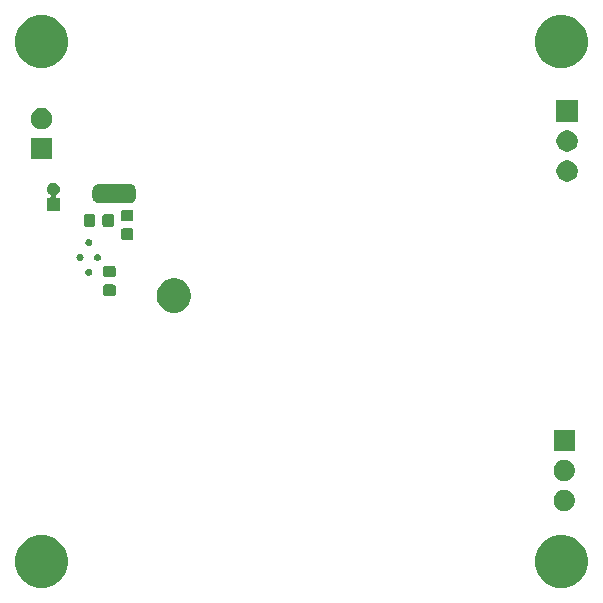
<source format=gbr>
G04 #@! TF.GenerationSoftware,KiCad,Pcbnew,5.1.5+dfsg1-2build2*
G04 #@! TF.CreationDate,2021-07-02T23:51:08+02:00*
G04 #@! TF.ProjectId,flyback_DCM,666c7962-6163-46b5-9f44-434d2e6b6963,rev?*
G04 #@! TF.SameCoordinates,Original*
G04 #@! TF.FileFunction,Soldermask,Bot*
G04 #@! TF.FilePolarity,Negative*
%FSLAX46Y46*%
G04 Gerber Fmt 4.6, Leading zero omitted, Abs format (unit mm)*
G04 Created by KiCad (PCBNEW 5.1.5+dfsg1-2build2) date 2021-07-02 23:51:08*
%MOMM*%
%LPD*%
G04 APERTURE LIST*
%ADD10C,0.100000*%
G04 APERTURE END LIST*
D10*
G36*
X167275880Y-124759776D02*
G01*
X167656593Y-124835504D01*
X168066249Y-125005189D01*
X168434929Y-125251534D01*
X168748466Y-125565071D01*
X168994811Y-125933751D01*
X169164496Y-126343407D01*
X169251000Y-126778296D01*
X169251000Y-127221704D01*
X169164496Y-127656593D01*
X168994811Y-128066249D01*
X168748466Y-128434929D01*
X168434929Y-128748466D01*
X168066249Y-128994811D01*
X167656593Y-129164496D01*
X167275880Y-129240224D01*
X167221705Y-129251000D01*
X166778295Y-129251000D01*
X166724120Y-129240224D01*
X166343407Y-129164496D01*
X165933751Y-128994811D01*
X165565071Y-128748466D01*
X165251534Y-128434929D01*
X165005189Y-128066249D01*
X164835504Y-127656593D01*
X164749000Y-127221704D01*
X164749000Y-126778296D01*
X164835504Y-126343407D01*
X165005189Y-125933751D01*
X165251534Y-125565071D01*
X165565071Y-125251534D01*
X165933751Y-125005189D01*
X166343407Y-124835504D01*
X166724120Y-124759776D01*
X166778295Y-124749000D01*
X167221705Y-124749000D01*
X167275880Y-124759776D01*
G37*
G36*
X123275880Y-124759776D02*
G01*
X123656593Y-124835504D01*
X124066249Y-125005189D01*
X124434929Y-125251534D01*
X124748466Y-125565071D01*
X124994811Y-125933751D01*
X125164496Y-126343407D01*
X125251000Y-126778296D01*
X125251000Y-127221704D01*
X125164496Y-127656593D01*
X124994811Y-128066249D01*
X124748466Y-128434929D01*
X124434929Y-128748466D01*
X124066249Y-128994811D01*
X123656593Y-129164496D01*
X123275880Y-129240224D01*
X123221705Y-129251000D01*
X122778295Y-129251000D01*
X122724120Y-129240224D01*
X122343407Y-129164496D01*
X121933751Y-128994811D01*
X121565071Y-128748466D01*
X121251534Y-128434929D01*
X121005189Y-128066249D01*
X120835504Y-127656593D01*
X120749000Y-127221704D01*
X120749000Y-126778296D01*
X120835504Y-126343407D01*
X121005189Y-125933751D01*
X121251534Y-125565071D01*
X121565071Y-125251534D01*
X121933751Y-125005189D01*
X122343407Y-124835504D01*
X122724120Y-124759776D01*
X122778295Y-124749000D01*
X123221705Y-124749000D01*
X123275880Y-124759776D01*
G37*
G36*
X167363512Y-120943927D02*
G01*
X167512812Y-120973624D01*
X167676784Y-121041544D01*
X167824354Y-121140147D01*
X167949853Y-121265646D01*
X168048456Y-121413216D01*
X168116376Y-121577188D01*
X168151000Y-121751259D01*
X168151000Y-121928741D01*
X168116376Y-122102812D01*
X168048456Y-122266784D01*
X167949853Y-122414354D01*
X167824354Y-122539853D01*
X167676784Y-122638456D01*
X167512812Y-122706376D01*
X167363512Y-122736073D01*
X167338742Y-122741000D01*
X167161258Y-122741000D01*
X167136488Y-122736073D01*
X166987188Y-122706376D01*
X166823216Y-122638456D01*
X166675646Y-122539853D01*
X166550147Y-122414354D01*
X166451544Y-122266784D01*
X166383624Y-122102812D01*
X166349000Y-121928741D01*
X166349000Y-121751259D01*
X166383624Y-121577188D01*
X166451544Y-121413216D01*
X166550147Y-121265646D01*
X166675646Y-121140147D01*
X166823216Y-121041544D01*
X166987188Y-120973624D01*
X167136488Y-120943927D01*
X167161258Y-120939000D01*
X167338742Y-120939000D01*
X167363512Y-120943927D01*
G37*
G36*
X167363512Y-118403927D02*
G01*
X167512812Y-118433624D01*
X167676784Y-118501544D01*
X167824354Y-118600147D01*
X167949853Y-118725646D01*
X168048456Y-118873216D01*
X168116376Y-119037188D01*
X168151000Y-119211259D01*
X168151000Y-119388741D01*
X168116376Y-119562812D01*
X168048456Y-119726784D01*
X167949853Y-119874354D01*
X167824354Y-119999853D01*
X167676784Y-120098456D01*
X167512812Y-120166376D01*
X167363512Y-120196073D01*
X167338742Y-120201000D01*
X167161258Y-120201000D01*
X167136488Y-120196073D01*
X166987188Y-120166376D01*
X166823216Y-120098456D01*
X166675646Y-119999853D01*
X166550147Y-119874354D01*
X166451544Y-119726784D01*
X166383624Y-119562812D01*
X166349000Y-119388741D01*
X166349000Y-119211259D01*
X166383624Y-119037188D01*
X166451544Y-118873216D01*
X166550147Y-118725646D01*
X166675646Y-118600147D01*
X166823216Y-118501544D01*
X166987188Y-118433624D01*
X167136488Y-118403927D01*
X167161258Y-118399000D01*
X167338742Y-118399000D01*
X167363512Y-118403927D01*
G37*
G36*
X168151000Y-117661000D02*
G01*
X166349000Y-117661000D01*
X166349000Y-115859000D01*
X168151000Y-115859000D01*
X168151000Y-117661000D01*
G37*
G36*
X134631241Y-103088760D02*
G01*
X134895305Y-103198139D01*
X135132958Y-103356934D01*
X135335066Y-103559042D01*
X135493861Y-103796695D01*
X135603240Y-104060759D01*
X135659000Y-104341088D01*
X135659000Y-104626912D01*
X135603240Y-104907241D01*
X135493861Y-105171305D01*
X135335066Y-105408958D01*
X135132958Y-105611066D01*
X134895305Y-105769861D01*
X134631241Y-105879240D01*
X134350912Y-105935000D01*
X134065088Y-105935000D01*
X133784759Y-105879240D01*
X133520695Y-105769861D01*
X133283042Y-105611066D01*
X133080934Y-105408958D01*
X132922139Y-105171305D01*
X132812760Y-104907241D01*
X132757000Y-104626912D01*
X132757000Y-104341088D01*
X132812760Y-104060759D01*
X132922139Y-103796695D01*
X133080934Y-103559042D01*
X133283042Y-103356934D01*
X133520695Y-103198139D01*
X133784759Y-103088760D01*
X134065088Y-103033000D01*
X134350912Y-103033000D01*
X134631241Y-103088760D01*
G37*
G36*
X129129591Y-103553085D02*
G01*
X129163569Y-103563393D01*
X129194890Y-103580134D01*
X129222339Y-103602661D01*
X129244866Y-103630110D01*
X129261607Y-103661431D01*
X129271915Y-103695409D01*
X129276000Y-103736890D01*
X129276000Y-104338110D01*
X129271915Y-104379591D01*
X129261607Y-104413569D01*
X129244866Y-104444890D01*
X129222339Y-104472339D01*
X129194890Y-104494866D01*
X129163569Y-104511607D01*
X129129591Y-104521915D01*
X129088110Y-104526000D01*
X128411890Y-104526000D01*
X128370409Y-104521915D01*
X128336431Y-104511607D01*
X128305110Y-104494866D01*
X128277661Y-104472339D01*
X128255134Y-104444890D01*
X128238393Y-104413569D01*
X128228085Y-104379591D01*
X128224000Y-104338110D01*
X128224000Y-103736890D01*
X128228085Y-103695409D01*
X128238393Y-103661431D01*
X128255134Y-103630110D01*
X128277661Y-103602661D01*
X128305110Y-103580134D01*
X128336431Y-103563393D01*
X128370409Y-103553085D01*
X128411890Y-103549000D01*
X129088110Y-103549000D01*
X129129591Y-103553085D01*
G37*
G36*
X129129591Y-101978085D02*
G01*
X129163569Y-101988393D01*
X129194890Y-102005134D01*
X129222339Y-102027661D01*
X129244866Y-102055110D01*
X129261607Y-102086431D01*
X129271915Y-102120409D01*
X129276000Y-102161890D01*
X129276000Y-102763110D01*
X129271915Y-102804591D01*
X129261607Y-102838569D01*
X129244866Y-102869890D01*
X129222339Y-102897339D01*
X129194890Y-102919866D01*
X129163569Y-102936607D01*
X129129591Y-102946915D01*
X129088110Y-102951000D01*
X128411890Y-102951000D01*
X128370409Y-102946915D01*
X128336431Y-102936607D01*
X128305110Y-102919866D01*
X128277661Y-102897339D01*
X128255134Y-102869890D01*
X128238393Y-102838569D01*
X128228085Y-102804591D01*
X128224000Y-102763110D01*
X128224000Y-102161890D01*
X128228085Y-102120409D01*
X128238393Y-102086431D01*
X128255134Y-102055110D01*
X128277661Y-102027661D01*
X128305110Y-102005134D01*
X128336431Y-101988393D01*
X128370409Y-101978085D01*
X128411890Y-101974000D01*
X129088110Y-101974000D01*
X129129591Y-101978085D01*
G37*
G36*
X127087797Y-102210568D02*
G01*
X127142575Y-102233258D01*
X127191875Y-102266199D01*
X127233801Y-102308125D01*
X127266742Y-102357425D01*
X127289432Y-102412203D01*
X127300999Y-102470353D01*
X127300999Y-102529647D01*
X127289432Y-102587797D01*
X127266742Y-102642575D01*
X127233801Y-102691875D01*
X127191875Y-102733801D01*
X127142575Y-102766742D01*
X127087797Y-102789432D01*
X127029647Y-102800999D01*
X126970353Y-102800999D01*
X126912203Y-102789432D01*
X126857425Y-102766742D01*
X126808125Y-102733801D01*
X126766199Y-102691875D01*
X126733258Y-102642575D01*
X126710568Y-102587797D01*
X126699001Y-102529647D01*
X126699001Y-102470353D01*
X126710568Y-102412203D01*
X126733258Y-102357425D01*
X126766199Y-102308125D01*
X126808125Y-102266199D01*
X126857425Y-102233258D01*
X126912203Y-102210568D01*
X126970353Y-102199001D01*
X127029647Y-102199001D01*
X127087797Y-102210568D01*
G37*
G36*
X126347796Y-100960568D02*
G01*
X126402574Y-100983258D01*
X126451874Y-101016199D01*
X126493800Y-101058125D01*
X126526741Y-101107425D01*
X126549431Y-101162203D01*
X126560998Y-101220353D01*
X126560998Y-101279647D01*
X126549431Y-101337797D01*
X126526741Y-101392575D01*
X126493800Y-101441875D01*
X126451874Y-101483801D01*
X126402574Y-101516742D01*
X126347796Y-101539432D01*
X126289646Y-101550999D01*
X126230352Y-101550999D01*
X126172202Y-101539432D01*
X126117424Y-101516742D01*
X126068124Y-101483801D01*
X126026198Y-101441875D01*
X125993257Y-101392575D01*
X125970567Y-101337797D01*
X125959000Y-101279647D01*
X125959000Y-101220353D01*
X125970567Y-101162203D01*
X125993257Y-101107425D01*
X126026198Y-101058125D01*
X126068124Y-101016199D01*
X126117424Y-100983258D01*
X126172202Y-100960568D01*
X126230352Y-100949001D01*
X126289646Y-100949001D01*
X126347796Y-100960568D01*
G37*
G36*
X127827798Y-100960568D02*
G01*
X127882576Y-100983258D01*
X127931876Y-101016199D01*
X127973802Y-101058125D01*
X128006743Y-101107425D01*
X128029433Y-101162203D01*
X128041000Y-101220353D01*
X128041000Y-101279647D01*
X128029433Y-101337797D01*
X128006743Y-101392575D01*
X127973802Y-101441875D01*
X127931876Y-101483801D01*
X127882576Y-101516742D01*
X127827798Y-101539432D01*
X127769648Y-101550999D01*
X127710354Y-101550999D01*
X127652204Y-101539432D01*
X127597426Y-101516742D01*
X127548126Y-101483801D01*
X127506200Y-101441875D01*
X127473259Y-101392575D01*
X127450569Y-101337797D01*
X127439002Y-101279647D01*
X127439002Y-101220353D01*
X127450569Y-101162203D01*
X127473259Y-101107425D01*
X127506200Y-101058125D01*
X127548126Y-101016199D01*
X127597426Y-100983258D01*
X127652204Y-100960568D01*
X127710354Y-100949001D01*
X127769648Y-100949001D01*
X127827798Y-100960568D01*
G37*
G36*
X127087797Y-99710568D02*
G01*
X127142575Y-99733258D01*
X127191875Y-99766199D01*
X127233801Y-99808125D01*
X127266742Y-99857425D01*
X127289432Y-99912203D01*
X127300999Y-99970353D01*
X127300999Y-100029647D01*
X127289432Y-100087797D01*
X127266742Y-100142575D01*
X127233801Y-100191875D01*
X127191875Y-100233801D01*
X127142575Y-100266742D01*
X127087797Y-100289432D01*
X127029647Y-100300999D01*
X126970353Y-100300999D01*
X126912203Y-100289432D01*
X126857425Y-100266742D01*
X126808125Y-100233801D01*
X126766199Y-100191875D01*
X126733258Y-100142575D01*
X126710568Y-100087797D01*
X126699001Y-100029647D01*
X126699001Y-99970353D01*
X126710568Y-99912203D01*
X126733258Y-99857425D01*
X126766199Y-99808125D01*
X126808125Y-99766199D01*
X126857425Y-99733258D01*
X126912203Y-99710568D01*
X126970353Y-99699001D01*
X127029647Y-99699001D01*
X127087797Y-99710568D01*
G37*
G36*
X130629591Y-98803085D02*
G01*
X130663569Y-98813393D01*
X130694890Y-98830134D01*
X130722339Y-98852661D01*
X130744866Y-98880110D01*
X130761607Y-98911431D01*
X130771915Y-98945409D01*
X130776000Y-98986890D01*
X130776000Y-99588110D01*
X130771915Y-99629591D01*
X130761607Y-99663569D01*
X130744866Y-99694890D01*
X130722339Y-99722339D01*
X130694890Y-99744866D01*
X130663569Y-99761607D01*
X130629591Y-99771915D01*
X130588110Y-99776000D01*
X129911890Y-99776000D01*
X129870409Y-99771915D01*
X129836431Y-99761607D01*
X129805110Y-99744866D01*
X129777661Y-99722339D01*
X129755134Y-99694890D01*
X129738393Y-99663569D01*
X129728085Y-99629591D01*
X129724000Y-99588110D01*
X129724000Y-98986890D01*
X129728085Y-98945409D01*
X129738393Y-98911431D01*
X129755134Y-98880110D01*
X129777661Y-98852661D01*
X129805110Y-98830134D01*
X129836431Y-98813393D01*
X129870409Y-98803085D01*
X129911890Y-98799000D01*
X130588110Y-98799000D01*
X130629591Y-98803085D01*
G37*
G36*
X128987591Y-97612085D02*
G01*
X129021569Y-97622393D01*
X129052890Y-97639134D01*
X129080339Y-97661661D01*
X129102866Y-97689110D01*
X129119607Y-97720431D01*
X129129915Y-97754409D01*
X129134000Y-97795890D01*
X129134000Y-98472110D01*
X129129915Y-98513591D01*
X129119607Y-98547569D01*
X129102866Y-98578890D01*
X129080339Y-98606339D01*
X129052890Y-98628866D01*
X129021569Y-98645607D01*
X128987591Y-98655915D01*
X128946110Y-98660000D01*
X128344890Y-98660000D01*
X128303409Y-98655915D01*
X128269431Y-98645607D01*
X128238110Y-98628866D01*
X128210661Y-98606339D01*
X128188134Y-98578890D01*
X128171393Y-98547569D01*
X128161085Y-98513591D01*
X128157000Y-98472110D01*
X128157000Y-97795890D01*
X128161085Y-97754409D01*
X128171393Y-97720431D01*
X128188134Y-97689110D01*
X128210661Y-97661661D01*
X128238110Y-97639134D01*
X128269431Y-97622393D01*
X128303409Y-97612085D01*
X128344890Y-97608000D01*
X128946110Y-97608000D01*
X128987591Y-97612085D01*
G37*
G36*
X127412591Y-97612085D02*
G01*
X127446569Y-97622393D01*
X127477890Y-97639134D01*
X127505339Y-97661661D01*
X127527866Y-97689110D01*
X127544607Y-97720431D01*
X127554915Y-97754409D01*
X127559000Y-97795890D01*
X127559000Y-98472110D01*
X127554915Y-98513591D01*
X127544607Y-98547569D01*
X127527866Y-98578890D01*
X127505339Y-98606339D01*
X127477890Y-98628866D01*
X127446569Y-98645607D01*
X127412591Y-98655915D01*
X127371110Y-98660000D01*
X126769890Y-98660000D01*
X126728409Y-98655915D01*
X126694431Y-98645607D01*
X126663110Y-98628866D01*
X126635661Y-98606339D01*
X126613134Y-98578890D01*
X126596393Y-98547569D01*
X126586085Y-98513591D01*
X126582000Y-98472110D01*
X126582000Y-97795890D01*
X126586085Y-97754409D01*
X126596393Y-97720431D01*
X126613134Y-97689110D01*
X126635661Y-97661661D01*
X126663110Y-97639134D01*
X126694431Y-97622393D01*
X126728409Y-97612085D01*
X126769890Y-97608000D01*
X127371110Y-97608000D01*
X127412591Y-97612085D01*
G37*
G36*
X130629591Y-97228085D02*
G01*
X130663569Y-97238393D01*
X130694890Y-97255134D01*
X130722339Y-97277661D01*
X130744866Y-97305110D01*
X130761607Y-97336431D01*
X130771915Y-97370409D01*
X130776000Y-97411890D01*
X130776000Y-98013110D01*
X130771915Y-98054591D01*
X130761607Y-98088569D01*
X130744866Y-98119890D01*
X130722339Y-98147339D01*
X130694890Y-98169866D01*
X130663569Y-98186607D01*
X130629591Y-98196915D01*
X130588110Y-98201000D01*
X129911890Y-98201000D01*
X129870409Y-98196915D01*
X129836431Y-98186607D01*
X129805110Y-98169866D01*
X129777661Y-98147339D01*
X129755134Y-98119890D01*
X129738393Y-98088569D01*
X129728085Y-98054591D01*
X129724000Y-98013110D01*
X129724000Y-97411890D01*
X129728085Y-97370409D01*
X129738393Y-97336431D01*
X129755134Y-97305110D01*
X129777661Y-97277661D01*
X129805110Y-97255134D01*
X129836431Y-97238393D01*
X129870409Y-97228085D01*
X129911890Y-97224000D01*
X130588110Y-97224000D01*
X130629591Y-97228085D01*
G37*
G36*
X124160721Y-94950174D02*
G01*
X124260995Y-94991709D01*
X124260996Y-94991710D01*
X124351242Y-95052010D01*
X124427990Y-95128758D01*
X124427991Y-95128760D01*
X124488291Y-95219005D01*
X124529826Y-95319279D01*
X124551000Y-95425730D01*
X124551000Y-95534270D01*
X124529826Y-95640721D01*
X124488291Y-95740995D01*
X124488290Y-95740996D01*
X124427990Y-95831242D01*
X124351242Y-95907990D01*
X124319816Y-95928988D01*
X124258336Y-95970068D01*
X124239394Y-95985614D01*
X124223849Y-96004556D01*
X124212298Y-96026167D01*
X124205185Y-96049615D01*
X124202783Y-96074002D01*
X124205185Y-96098388D01*
X124212298Y-96121837D01*
X124223849Y-96143447D01*
X124239395Y-96162389D01*
X124258337Y-96177934D01*
X124279948Y-96189485D01*
X124303396Y-96196598D01*
X124327782Y-96199000D01*
X124551000Y-96199000D01*
X124551000Y-97301000D01*
X123449000Y-97301000D01*
X123449000Y-96199000D01*
X123672218Y-96199000D01*
X123696604Y-96196598D01*
X123720053Y-96189485D01*
X123741664Y-96177934D01*
X123760606Y-96162389D01*
X123776151Y-96143447D01*
X123787702Y-96121836D01*
X123794815Y-96098387D01*
X123797217Y-96074001D01*
X123794815Y-96049615D01*
X123787702Y-96026166D01*
X123776151Y-96004555D01*
X123760606Y-95985613D01*
X123741664Y-95970068D01*
X123680184Y-95928988D01*
X123648758Y-95907990D01*
X123572010Y-95831242D01*
X123511710Y-95740996D01*
X123511709Y-95740995D01*
X123470174Y-95640721D01*
X123449000Y-95534270D01*
X123449000Y-95425730D01*
X123470174Y-95319279D01*
X123511709Y-95219005D01*
X123572009Y-95128760D01*
X123572010Y-95128758D01*
X123648758Y-95052010D01*
X123739004Y-94991710D01*
X123739005Y-94991709D01*
X123839279Y-94950174D01*
X123945730Y-94929000D01*
X124054270Y-94929000D01*
X124160721Y-94950174D01*
G37*
G36*
X128417999Y-95047737D02*
G01*
X128432528Y-95052145D01*
X128445711Y-95057606D01*
X128469745Y-95062388D01*
X128494249Y-95062389D01*
X128518282Y-95057609D01*
X128540921Y-95048232D01*
X128542765Y-95047000D01*
X129774050Y-95047000D01*
X129786164Y-95053475D01*
X129809613Y-95060588D01*
X129833999Y-95062990D01*
X129858385Y-95060588D01*
X129881834Y-95053475D01*
X129886746Y-95051152D01*
X129898001Y-95047737D01*
X129914140Y-95046148D01*
X130451861Y-95046148D01*
X130470199Y-95047954D01*
X130482450Y-95048556D01*
X130500869Y-95048556D01*
X130523149Y-95050750D01*
X130607233Y-95067476D01*
X130628660Y-95073976D01*
X130707858Y-95106780D01*
X130713303Y-95109691D01*
X130713309Y-95109693D01*
X130722169Y-95114429D01*
X130722173Y-95114432D01*
X130727614Y-95117340D01*
X130798899Y-95164971D01*
X130816204Y-95179172D01*
X130876828Y-95239796D01*
X130891029Y-95257101D01*
X130938660Y-95328386D01*
X130941568Y-95333827D01*
X130941571Y-95333831D01*
X130946307Y-95342691D01*
X130946309Y-95342697D01*
X130949220Y-95348142D01*
X130982024Y-95427340D01*
X130988524Y-95448767D01*
X131005250Y-95532851D01*
X131007444Y-95555131D01*
X131007444Y-95573550D01*
X131008046Y-95585801D01*
X131009852Y-95604139D01*
X131009852Y-96091862D01*
X131008046Y-96110199D01*
X131007444Y-96122450D01*
X131007444Y-96140869D01*
X131005250Y-96163149D01*
X130988524Y-96247233D01*
X130982024Y-96268660D01*
X130949220Y-96347858D01*
X130946309Y-96353303D01*
X130946307Y-96353309D01*
X130941571Y-96362169D01*
X130941568Y-96362173D01*
X130938660Y-96367614D01*
X130891029Y-96438899D01*
X130876828Y-96456204D01*
X130816204Y-96516828D01*
X130798899Y-96531029D01*
X130727614Y-96578660D01*
X130722173Y-96581568D01*
X130722169Y-96581571D01*
X130713309Y-96586307D01*
X130713303Y-96586309D01*
X130707858Y-96589220D01*
X130628660Y-96622024D01*
X130607233Y-96628524D01*
X130523149Y-96645250D01*
X130500869Y-96647444D01*
X130482450Y-96647444D01*
X130470199Y-96648046D01*
X130451862Y-96649852D01*
X129914140Y-96649852D01*
X129898001Y-96648263D01*
X129883472Y-96643855D01*
X129870289Y-96638394D01*
X129846255Y-96633612D01*
X129821751Y-96633611D01*
X129797718Y-96638391D01*
X129775079Y-96647768D01*
X129773235Y-96649000D01*
X128541950Y-96649000D01*
X128529836Y-96642525D01*
X128506387Y-96635412D01*
X128482001Y-96633010D01*
X128457615Y-96635412D01*
X128434166Y-96642525D01*
X128429254Y-96644848D01*
X128417999Y-96648263D01*
X128401860Y-96649852D01*
X127864138Y-96649852D01*
X127845801Y-96648046D01*
X127833550Y-96647444D01*
X127815131Y-96647444D01*
X127792851Y-96645250D01*
X127708767Y-96628524D01*
X127687340Y-96622024D01*
X127608142Y-96589220D01*
X127602697Y-96586309D01*
X127602691Y-96586307D01*
X127593831Y-96581571D01*
X127593827Y-96581568D01*
X127588386Y-96578660D01*
X127517101Y-96531029D01*
X127499796Y-96516828D01*
X127439172Y-96456204D01*
X127424971Y-96438899D01*
X127377340Y-96367614D01*
X127374432Y-96362173D01*
X127374429Y-96362169D01*
X127369693Y-96353309D01*
X127369691Y-96353303D01*
X127366780Y-96347858D01*
X127333976Y-96268660D01*
X127327476Y-96247233D01*
X127310750Y-96163149D01*
X127308556Y-96140869D01*
X127308556Y-96122450D01*
X127307954Y-96110199D01*
X127306148Y-96091862D01*
X127306148Y-95604139D01*
X127307954Y-95585801D01*
X127308556Y-95573550D01*
X127308556Y-95555131D01*
X127310750Y-95532851D01*
X127327476Y-95448767D01*
X127333976Y-95427340D01*
X127366780Y-95348142D01*
X127369691Y-95342697D01*
X127369693Y-95342691D01*
X127374429Y-95333831D01*
X127374432Y-95333827D01*
X127377340Y-95328386D01*
X127424971Y-95257101D01*
X127439172Y-95239796D01*
X127499796Y-95179172D01*
X127517101Y-95164971D01*
X127588386Y-95117340D01*
X127593827Y-95114432D01*
X127593831Y-95114429D01*
X127602691Y-95109693D01*
X127602697Y-95109691D01*
X127608142Y-95106780D01*
X127687340Y-95073976D01*
X127708767Y-95067476D01*
X127792851Y-95050750D01*
X127815131Y-95048556D01*
X127833550Y-95048556D01*
X127845801Y-95047954D01*
X127864139Y-95046148D01*
X128401860Y-95046148D01*
X128417999Y-95047737D01*
G37*
G36*
X167613512Y-93043927D02*
G01*
X167762812Y-93073624D01*
X167926784Y-93141544D01*
X168074354Y-93240147D01*
X168199853Y-93365646D01*
X168298456Y-93513216D01*
X168366376Y-93677188D01*
X168401000Y-93851259D01*
X168401000Y-94028741D01*
X168366376Y-94202812D01*
X168298456Y-94366784D01*
X168199853Y-94514354D01*
X168074354Y-94639853D01*
X167926784Y-94738456D01*
X167762812Y-94806376D01*
X167613512Y-94836073D01*
X167588742Y-94841000D01*
X167411258Y-94841000D01*
X167386488Y-94836073D01*
X167237188Y-94806376D01*
X167073216Y-94738456D01*
X166925646Y-94639853D01*
X166800147Y-94514354D01*
X166701544Y-94366784D01*
X166633624Y-94202812D01*
X166599000Y-94028741D01*
X166599000Y-93851259D01*
X166633624Y-93677188D01*
X166701544Y-93513216D01*
X166800147Y-93365646D01*
X166925646Y-93240147D01*
X167073216Y-93141544D01*
X167237188Y-93073624D01*
X167386488Y-93043927D01*
X167411258Y-93039000D01*
X167588742Y-93039000D01*
X167613512Y-93043927D01*
G37*
G36*
X123901000Y-92941000D02*
G01*
X122099000Y-92941000D01*
X122099000Y-91139000D01*
X123901000Y-91139000D01*
X123901000Y-92941000D01*
G37*
G36*
X167613512Y-90503927D02*
G01*
X167762812Y-90533624D01*
X167926784Y-90601544D01*
X168074354Y-90700147D01*
X168199853Y-90825646D01*
X168298456Y-90973216D01*
X168366376Y-91137188D01*
X168401000Y-91311259D01*
X168401000Y-91488741D01*
X168366376Y-91662812D01*
X168298456Y-91826784D01*
X168199853Y-91974354D01*
X168074354Y-92099853D01*
X167926784Y-92198456D01*
X167762812Y-92266376D01*
X167613512Y-92296073D01*
X167588742Y-92301000D01*
X167411258Y-92301000D01*
X167386488Y-92296073D01*
X167237188Y-92266376D01*
X167073216Y-92198456D01*
X166925646Y-92099853D01*
X166800147Y-91974354D01*
X166701544Y-91826784D01*
X166633624Y-91662812D01*
X166599000Y-91488741D01*
X166599000Y-91311259D01*
X166633624Y-91137188D01*
X166701544Y-90973216D01*
X166800147Y-90825646D01*
X166925646Y-90700147D01*
X167073216Y-90601544D01*
X167237188Y-90533624D01*
X167386488Y-90503927D01*
X167411258Y-90499000D01*
X167588742Y-90499000D01*
X167613512Y-90503927D01*
G37*
G36*
X123113512Y-88603927D02*
G01*
X123262812Y-88633624D01*
X123426784Y-88701544D01*
X123574354Y-88800147D01*
X123699853Y-88925646D01*
X123798456Y-89073216D01*
X123866376Y-89237188D01*
X123901000Y-89411259D01*
X123901000Y-89588741D01*
X123866376Y-89762812D01*
X123798456Y-89926784D01*
X123699853Y-90074354D01*
X123574354Y-90199853D01*
X123426784Y-90298456D01*
X123262812Y-90366376D01*
X123113512Y-90396073D01*
X123088742Y-90401000D01*
X122911258Y-90401000D01*
X122886488Y-90396073D01*
X122737188Y-90366376D01*
X122573216Y-90298456D01*
X122425646Y-90199853D01*
X122300147Y-90074354D01*
X122201544Y-89926784D01*
X122133624Y-89762812D01*
X122099000Y-89588741D01*
X122099000Y-89411259D01*
X122133624Y-89237188D01*
X122201544Y-89073216D01*
X122300147Y-88925646D01*
X122425646Y-88800147D01*
X122573216Y-88701544D01*
X122737188Y-88633624D01*
X122886488Y-88603927D01*
X122911258Y-88599000D01*
X123088742Y-88599000D01*
X123113512Y-88603927D01*
G37*
G36*
X168401000Y-89761000D02*
G01*
X166599000Y-89761000D01*
X166599000Y-87959000D01*
X168401000Y-87959000D01*
X168401000Y-89761000D01*
G37*
G36*
X123275880Y-80759776D02*
G01*
X123656593Y-80835504D01*
X124066249Y-81005189D01*
X124434929Y-81251534D01*
X124748466Y-81565071D01*
X124994811Y-81933751D01*
X125164496Y-82343407D01*
X125251000Y-82778296D01*
X125251000Y-83221704D01*
X125164496Y-83656593D01*
X124994811Y-84066249D01*
X124748466Y-84434929D01*
X124434929Y-84748466D01*
X124066249Y-84994811D01*
X123656593Y-85164496D01*
X123275880Y-85240224D01*
X123221705Y-85251000D01*
X122778295Y-85251000D01*
X122724120Y-85240224D01*
X122343407Y-85164496D01*
X121933751Y-84994811D01*
X121565071Y-84748466D01*
X121251534Y-84434929D01*
X121005189Y-84066249D01*
X120835504Y-83656593D01*
X120749000Y-83221704D01*
X120749000Y-82778296D01*
X120835504Y-82343407D01*
X121005189Y-81933751D01*
X121251534Y-81565071D01*
X121565071Y-81251534D01*
X121933751Y-81005189D01*
X122343407Y-80835504D01*
X122724120Y-80759776D01*
X122778295Y-80749000D01*
X123221705Y-80749000D01*
X123275880Y-80759776D01*
G37*
G36*
X167275880Y-80759776D02*
G01*
X167656593Y-80835504D01*
X168066249Y-81005189D01*
X168434929Y-81251534D01*
X168748466Y-81565071D01*
X168994811Y-81933751D01*
X169164496Y-82343407D01*
X169251000Y-82778296D01*
X169251000Y-83221704D01*
X169164496Y-83656593D01*
X168994811Y-84066249D01*
X168748466Y-84434929D01*
X168434929Y-84748466D01*
X168066249Y-84994811D01*
X167656593Y-85164496D01*
X167275880Y-85240224D01*
X167221705Y-85251000D01*
X166778295Y-85251000D01*
X166724120Y-85240224D01*
X166343407Y-85164496D01*
X165933751Y-84994811D01*
X165565071Y-84748466D01*
X165251534Y-84434929D01*
X165005189Y-84066249D01*
X164835504Y-83656593D01*
X164749000Y-83221704D01*
X164749000Y-82778296D01*
X164835504Y-82343407D01*
X165005189Y-81933751D01*
X165251534Y-81565071D01*
X165565071Y-81251534D01*
X165933751Y-81005189D01*
X166343407Y-80835504D01*
X166724120Y-80759776D01*
X166778295Y-80749000D01*
X167221705Y-80749000D01*
X167275880Y-80759776D01*
G37*
M02*

</source>
